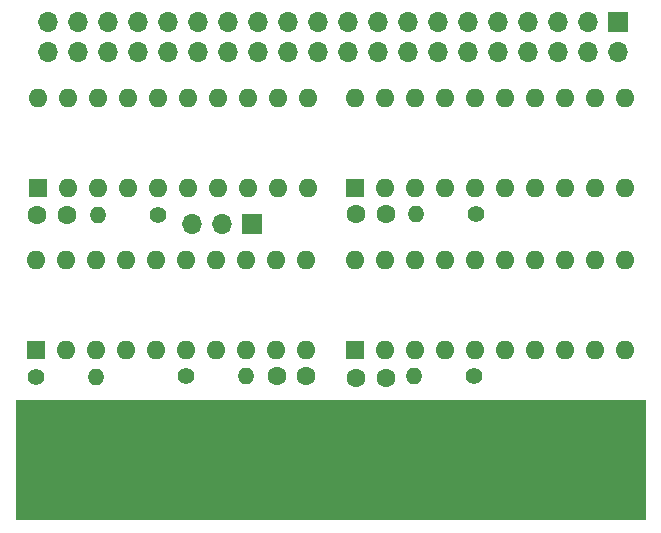
<source format=gbr>
%TF.GenerationSoftware,KiCad,Pcbnew,(6.0.7)*%
%TF.CreationDate,2023-01-26T09:38:32+00:00*%
%TF.ProjectId,CoCo_FPGA_Hat,436f436f-5f46-4504-9741-5f4861742e6b,0*%
%TF.SameCoordinates,Original*%
%TF.FileFunction,Soldermask,Bot*%
%TF.FilePolarity,Negative*%
%FSLAX46Y46*%
G04 Gerber Fmt 4.6, Leading zero omitted, Abs format (unit mm)*
G04 Created by KiCad (PCBNEW (6.0.7)) date 2023-01-26 09:38:32*
%MOMM*%
%LPD*%
G01*
G04 APERTURE LIST*
G04 Aperture macros list*
%AMRoundRect*
0 Rectangle with rounded corners*
0 $1 Rounding radius*
0 $2 $3 $4 $5 $6 $7 $8 $9 X,Y pos of 4 corners*
0 Add a 4 corners polygon primitive as box body*
4,1,4,$2,$3,$4,$5,$6,$7,$8,$9,$2,$3,0*
0 Add four circle primitives for the rounded corners*
1,1,$1+$1,$2,$3*
1,1,$1+$1,$4,$5*
1,1,$1+$1,$6,$7*
1,1,$1+$1,$8,$9*
0 Add four rect primitives between the rounded corners*
20,1,$1+$1,$2,$3,$4,$5,0*
20,1,$1+$1,$4,$5,$6,$7,0*
20,1,$1+$1,$6,$7,$8,$9,0*
20,1,$1+$1,$8,$9,$2,$3,0*%
G04 Aperture macros list end*
%ADD10C,1.400000*%
%ADD11O,1.400000X1.400000*%
%ADD12C,1.600000*%
%ADD13R,1.600000X1.600000*%
%ADD14O,1.600000X1.600000*%
%ADD15RoundRect,0.076200X-0.635000X-4.762500X0.635000X-4.762500X0.635000X4.762500X-0.635000X4.762500X0*%
%ADD16R,1.700000X1.700000*%
%ADD17O,1.700000X1.700000*%
G04 APERTURE END LIST*
%TO.C,P1*%
G36*
X114465000Y-77036000D02*
G01*
X61125000Y-77036000D01*
X61125000Y-66876000D01*
X114465000Y-66876000D01*
X114465000Y-77036000D01*
G37*
%TD*%
D10*
%TO.C,R1*%
X75500000Y-64850000D03*
D11*
X80580000Y-64850000D03*
%TD*%
D12*
%TO.C,C3*%
X92430000Y-51110000D03*
X89930000Y-51110000D03*
%TD*%
%TO.C,C2*%
X92430000Y-64980000D03*
X89930000Y-64980000D03*
%TD*%
D13*
%TO.C,U1*%
X62840000Y-62600000D03*
D14*
X65380000Y-62600000D03*
X67920000Y-62600000D03*
X70460000Y-62600000D03*
X73000000Y-62600000D03*
X75540000Y-62600000D03*
X78080000Y-62600000D03*
X80620000Y-62600000D03*
X83160000Y-62600000D03*
X85700000Y-62600000D03*
X85700000Y-54980000D03*
X83160000Y-54980000D03*
X80620000Y-54980000D03*
X78080000Y-54980000D03*
X75540000Y-54980000D03*
X73000000Y-54980000D03*
X70460000Y-54980000D03*
X67920000Y-54980000D03*
X65380000Y-54980000D03*
X62840000Y-54980000D03*
%TD*%
D13*
%TO.C,U3*%
X89845000Y-48860000D03*
D14*
X92385000Y-48860000D03*
X94925000Y-48860000D03*
X97465000Y-48860000D03*
X100005000Y-48860000D03*
X102545000Y-48860000D03*
X105085000Y-48860000D03*
X107625000Y-48860000D03*
X110165000Y-48860000D03*
X112705000Y-48860000D03*
X112705000Y-41240000D03*
X110165000Y-41240000D03*
X107625000Y-41240000D03*
X105085000Y-41240000D03*
X102545000Y-41240000D03*
X100005000Y-41240000D03*
X97465000Y-41240000D03*
X94925000Y-41240000D03*
X92385000Y-41240000D03*
X89845000Y-41240000D03*
%TD*%
D15*
%TO.C,P1*%
X63665000Y-71829000D03*
X66205000Y-71829000D03*
X68745000Y-71829000D03*
X71285000Y-71829000D03*
X73825000Y-71829000D03*
X76365000Y-71829000D03*
X78905000Y-71829000D03*
X81445000Y-71829000D03*
X83985000Y-71829000D03*
X86525000Y-71829000D03*
X89065000Y-71829000D03*
X91605000Y-71829000D03*
X94145000Y-71829000D03*
X96685000Y-71829000D03*
X99225000Y-71829000D03*
X101765000Y-71829000D03*
X104305000Y-71829000D03*
X106845000Y-71829000D03*
X109385000Y-71829000D03*
X111925000Y-71829000D03*
%TD*%
D10*
%TO.C,R2*%
X99950000Y-64810000D03*
D11*
X94870000Y-64810000D03*
%TD*%
D12*
%TO.C,C1*%
X83220000Y-64860000D03*
X85720000Y-64860000D03*
%TD*%
%TO.C,C4*%
X65440000Y-51170000D03*
X62940000Y-51170000D03*
%TD*%
D10*
%TO.C,R3*%
X100120000Y-51130000D03*
D11*
X95040000Y-51130000D03*
%TD*%
D13*
%TO.C,U4*%
X62995000Y-48900000D03*
D14*
X65535000Y-48900000D03*
X68075000Y-48900000D03*
X70615000Y-48900000D03*
X73155000Y-48900000D03*
X75695000Y-48900000D03*
X78235000Y-48900000D03*
X80775000Y-48900000D03*
X83315000Y-48900000D03*
X85855000Y-48900000D03*
X85855000Y-41280000D03*
X83315000Y-41280000D03*
X80775000Y-41280000D03*
X78235000Y-41280000D03*
X75695000Y-41280000D03*
X73155000Y-41280000D03*
X70615000Y-41280000D03*
X68075000Y-41280000D03*
X65535000Y-41280000D03*
X62995000Y-41280000D03*
%TD*%
D13*
%TO.C,U2*%
X89840000Y-62590000D03*
D14*
X92380000Y-62590000D03*
X94920000Y-62590000D03*
X97460000Y-62590000D03*
X100000000Y-62590000D03*
X102540000Y-62590000D03*
X105080000Y-62590000D03*
X107620000Y-62590000D03*
X110160000Y-62590000D03*
X112700000Y-62590000D03*
X112700000Y-54970000D03*
X110160000Y-54970000D03*
X107620000Y-54970000D03*
X105080000Y-54970000D03*
X102540000Y-54970000D03*
X100000000Y-54970000D03*
X97460000Y-54970000D03*
X94920000Y-54970000D03*
X92380000Y-54970000D03*
X89840000Y-54970000D03*
%TD*%
D10*
%TO.C,R4*%
X73210000Y-51160000D03*
D11*
X68130000Y-51160000D03*
%TD*%
D16*
%TO.C,IDC1*%
X112125000Y-34885000D03*
D17*
X112125000Y-37425000D03*
X109585000Y-34885000D03*
X109585000Y-37425000D03*
X107045000Y-34885000D03*
X107045000Y-37425000D03*
X104505000Y-34885000D03*
X104505000Y-37425000D03*
X101965000Y-34885000D03*
X101965000Y-37425000D03*
X99425000Y-34885000D03*
X99425000Y-37425000D03*
X96885000Y-34885000D03*
X96885000Y-37425000D03*
X94345000Y-34885000D03*
X94345000Y-37425000D03*
X91805000Y-34885000D03*
X91805000Y-37425000D03*
X89265000Y-34885000D03*
X89265000Y-37425000D03*
X86725000Y-34885000D03*
X86725000Y-37425000D03*
X84185000Y-34885000D03*
X84185000Y-37425000D03*
X81645000Y-34885000D03*
X81645000Y-37425000D03*
X79105000Y-34885000D03*
X79105000Y-37425000D03*
X76565000Y-34885000D03*
X76565000Y-37425000D03*
X74025000Y-34885000D03*
X74025000Y-37425000D03*
X71485000Y-34885000D03*
X71485000Y-37425000D03*
X68945000Y-34885000D03*
X68945000Y-37425000D03*
X66405000Y-34885000D03*
X66405000Y-37425000D03*
X63865000Y-34885000D03*
X63865000Y-37425000D03*
%TD*%
D16*
%TO.C,J1*%
X81105000Y-51960000D03*
D17*
X78565000Y-51960000D03*
X76025000Y-51960000D03*
%TD*%
D10*
%TO.C,R6*%
X62830000Y-64870000D03*
D11*
X67910000Y-64870000D03*
%TD*%
M02*

</source>
